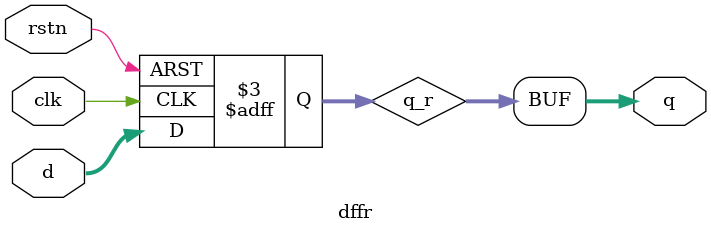
<source format=v>
module dffr #(
    parameter DATA_WIDTH = 16
)(
    input wire clk,
    input wire rstn,
    input wire [DATA_WIDTH-1 : 0] d,

    output wire [DATA_WIDTH-1 : 0] q
);

reg [DATA_WIDTH-1 : 0] q_r;
assign q = q_r;

always @(posedge clk or negedge rstn) begin
    if(rstn == 1'b0) begin
        q_r <= {DATA_WIDTH{1'b0}};
    end
    else begin
        q_r <= d;
    end
end

endmodule 
</source>
